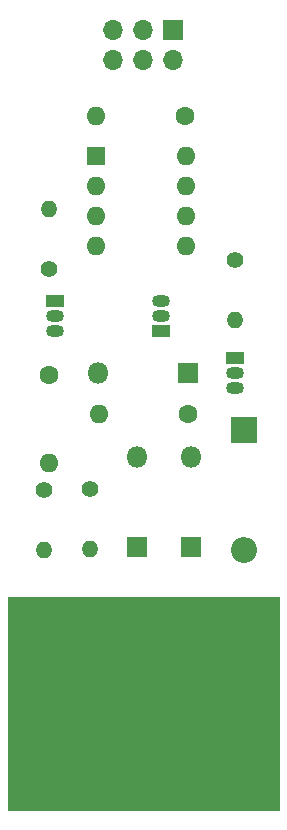
<source format=gbr>
%TF.GenerationSoftware,KiCad,Pcbnew,6.0.11+dfsg-1*%
%TF.CreationDate,2025-09-01T17:48:49-05:00*%
%TF.ProjectId,TinyFreq,54696e79-4672-4657-912e-6b696361645f,rev?*%
%TF.SameCoordinates,Original*%
%TF.FileFunction,Soldermask,Top*%
%TF.FilePolarity,Negative*%
%FSLAX46Y46*%
G04 Gerber Fmt 4.6, Leading zero omitted, Abs format (unit mm)*
G04 Created by KiCad (PCBNEW 6.0.11+dfsg-1) date 2025-09-01 17:48:49*
%MOMM*%
%LPD*%
G01*
G04 APERTURE LIST*
%ADD10C,0.120000*%
%ADD11C,1.600000*%
%ADD12O,1.600000X1.600000*%
%ADD13C,1.400000*%
%ADD14O,1.400000X1.400000*%
%ADD15R,1.800000X1.800000*%
%ADD16O,1.800000X1.800000*%
%ADD17R,1.600000X1.600000*%
%ADD18R,1.500000X1.050000*%
%ADD19O,1.500000X1.050000*%
%ADD20R,2.500000X15.000000*%
%ADD21R,1.700000X1.700000*%
%ADD22O,1.700000X1.700000*%
%ADD23R,2.200000X2.200000*%
%ADD24O,2.200000X2.200000*%
G04 APERTURE END LIST*
D10*
%TO.C,J1*%
X124405000Y-114080000D02*
X147405000Y-114080000D01*
X147405000Y-114080000D02*
X147405000Y-132080000D01*
X147405000Y-132080000D02*
X124405000Y-132080000D01*
X124405000Y-132080000D02*
X124405000Y-114080000D01*
G36*
X124405000Y-114080000D02*
G01*
X147405000Y-114080000D01*
X147405000Y-132080000D01*
X124405000Y-132080000D01*
X124405000Y-114080000D01*
G37*
%TD*%
D11*
%TO.C,C2*%
X139655000Y-98580000D03*
D12*
X132155000Y-98580000D03*
%TD*%
D13*
%TO.C,R4*%
X143655000Y-85580000D03*
D14*
X143655000Y-90660000D03*
%TD*%
D13*
%TO.C,R2*%
X127500000Y-105000000D03*
D14*
X127500000Y-110080000D03*
%TD*%
D11*
%TO.C,C1*%
X127905000Y-95250000D03*
D12*
X127905000Y-102750000D03*
%TD*%
D15*
%TO.C,D4*%
X139655000Y-95080000D03*
D16*
X132035000Y-95080000D03*
%TD*%
D17*
%TO.C,U2*%
X131855000Y-76780000D03*
D12*
X131855000Y-79320000D03*
X131855000Y-81860000D03*
X131855000Y-84400000D03*
X139475000Y-84400000D03*
X139475000Y-81860000D03*
X139475000Y-79320000D03*
X139475000Y-76780000D03*
%TD*%
D18*
%TO.C,Q1*%
X128385000Y-89060000D03*
D19*
X128385000Y-90330000D03*
X128385000Y-91600000D03*
%TD*%
D15*
%TO.C,D2*%
X135405000Y-109830000D03*
D16*
X135405000Y-102210000D03*
%TD*%
D18*
%TO.C,U1*%
X143685000Y-93810000D03*
D19*
X143685000Y-95080000D03*
X143685000Y-96350000D03*
%TD*%
D20*
%TO.C,J1*%
X126155000Y-123930000D03*
X129655000Y-123930000D03*
X133155000Y-123930000D03*
X136655000Y-123930000D03*
X142155000Y-123930000D03*
X145655000Y-123930000D03*
%TD*%
D13*
%TO.C,R6*%
X131405000Y-104960000D03*
D14*
X131405000Y-110040000D03*
%TD*%
D15*
%TO.C,D3*%
X139905000Y-109890000D03*
D16*
X139905000Y-102270000D03*
%TD*%
D18*
%TO.C,Q2*%
X137405000Y-91580000D03*
D19*
X137405000Y-90310000D03*
X137405000Y-89040000D03*
%TD*%
D21*
%TO.C,J2*%
X138430000Y-66055000D03*
D22*
X138430000Y-68595000D03*
X135890000Y-66055000D03*
X135890000Y-68595000D03*
X133350000Y-66055000D03*
X133350000Y-68595000D03*
%TD*%
D23*
%TO.C,D1*%
X144405000Y-99920000D03*
D24*
X144405000Y-110080000D03*
%TD*%
D11*
%TO.C,C3*%
X139405000Y-73330000D03*
D12*
X131905000Y-73330000D03*
%TD*%
D13*
%TO.C,R5*%
X127905000Y-86330000D03*
D14*
X127905000Y-81250000D03*
%TD*%
M02*

</source>
